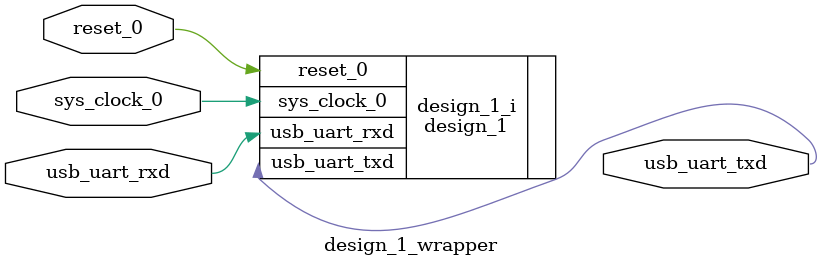
<source format=v>
`timescale 1 ps / 1 ps

module design_1_wrapper
   (reset_0,
    sys_clock_0,
    usb_uart_rxd,
    usb_uart_txd);
  input reset_0;
  input sys_clock_0;
  input usb_uart_rxd;
  output usb_uart_txd;

  wire reset_0;
  wire sys_clock_0;
  wire usb_uart_rxd;
  wire usb_uart_txd;

  design_1 design_1_i
       (.reset_0(reset_0),
        .sys_clock_0(sys_clock_0),
        .usb_uart_rxd(usb_uart_rxd),
        .usb_uart_txd(usb_uart_txd));
endmodule

</source>
